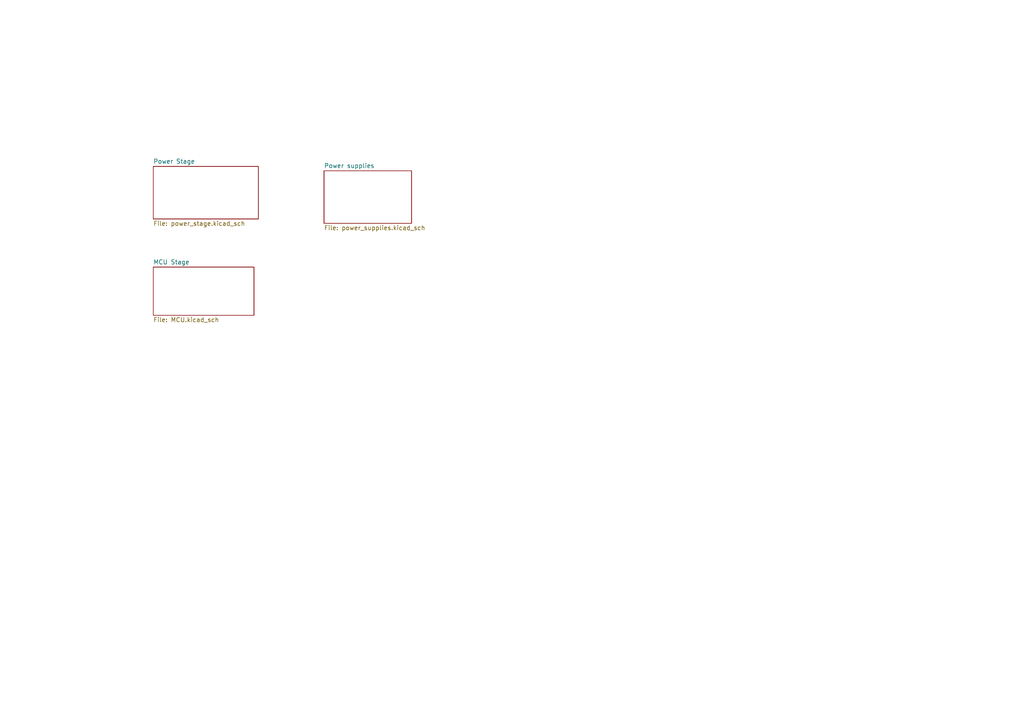
<source format=kicad_sch>
(kicad_sch (version 20230121) (generator eeschema)
  (paper "A4")
  (lib_symbols)
  (sheet (at 44.45 77.47) (size 29.21 13.97) (stroke (width 0.1524))
    (property "Sheetname" "MCU Stage" (at 44.45 76.7584 0) (effects (justify left bottom)))
    (property "Sheetfile" "MCU.kicad_sch" (at 44.45 92.0246 0) (effects (justify left top)))
  )
  (sheet (at 93.98 49.53) (size 25.4 15.24) (stroke (width 0.1524))
    (property "Sheetname" "Power supplies" (at 93.98 48.8184 0) (effects (justify left bottom)))
    (property "Sheetfile" "power_supplies.kicad_sch" (at 93.98 65.3546 0) (effects (justify left top)))
  )
  (sheet (at 44.45 48.26) (size 30.48 15.24) (stroke (width 0.1524))
    (property "Sheetname" "Power Stage" (at 44.45 47.5484 0) (effects (justify left bottom)))
    (property "Sheetfile" "power_stage.kicad_sch" (at 44.45 64.0846 0) (effects (justify left top)))
  )
)
</source>
